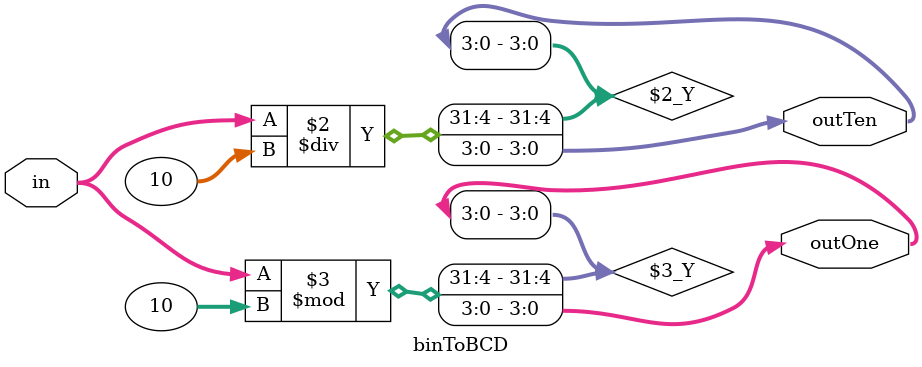
<source format=v>
module binToBCD(in, outOne, outTen);
	input [5:0]in;
	output reg [3:0]outTen, outOne;
	
	always@(*)begin
		outTen<=in/10;
		outOne<=in%10;
	end

endmodule
</source>
